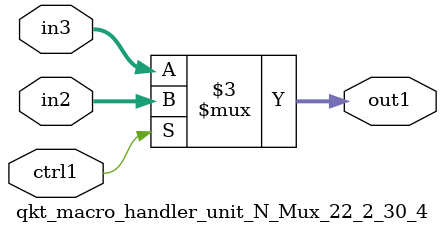
<source format=v>

`timescale 1ps / 1ps


module qkt_macro_handler_unit_N_Mux_22_2_30_4( in3, in2, ctrl1, out1 );

    input [21:0] in3;
    input [21:0] in2;
    input ctrl1;
    output [21:0] out1;
    reg [21:0] out1;

    
    // rtl_process:qkt_macro_handler_unit_N_Mux_22_2_30_4/qkt_macro_handler_unit_N_Mux_22_2_30_4_thread_1
    always @*
      begin : qkt_macro_handler_unit_N_Mux_22_2_30_4_thread_1
        case (ctrl1) 
          1'b1: 
            begin
              out1 = in2;
            end
          default: 
            begin
              out1 = in3;
            end
        endcase
      end

endmodule



</source>
